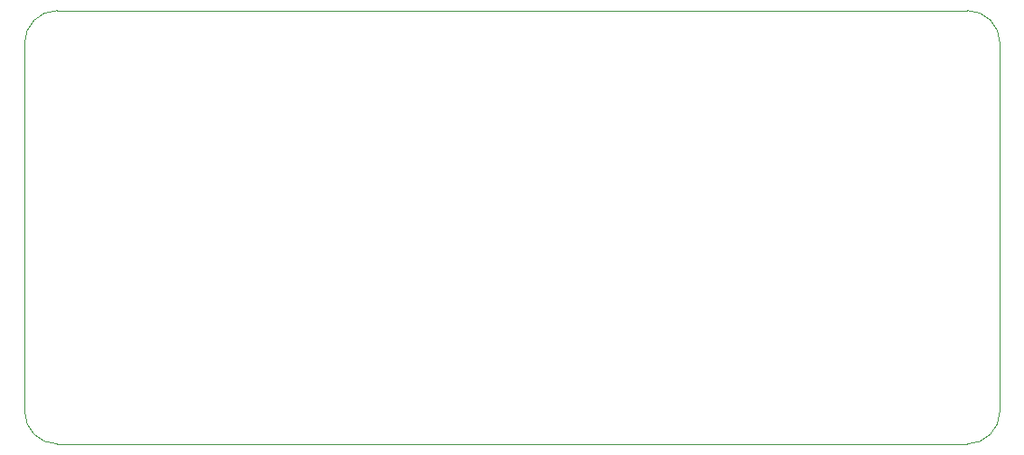
<source format=gm1>
G04 #@! TF.GenerationSoftware,KiCad,Pcbnew,(5.1.10)-1*
G04 #@! TF.CreationDate,2021-10-21T22:48:54+02:00*
G04 #@! TF.ProjectId,mta1_usb_dev,6d746131-5f75-4736-925f-6465762e6b69,rev?*
G04 #@! TF.SameCoordinates,Original*
G04 #@! TF.FileFunction,Profile,NP*
%FSLAX46Y46*%
G04 Gerber Fmt 4.6, Leading zero omitted, Abs format (unit mm)*
G04 Created by KiCad (PCBNEW (5.1.10)-1) date 2021-10-21 22:48:54*
%MOMM*%
%LPD*%
G01*
G04 APERTURE LIST*
G04 #@! TA.AperFunction,Profile*
%ADD10C,0.050000*%
G04 #@! TD*
G04 APERTURE END LIST*
D10*
X99060000Y-79248000D02*
G75*
G02*
X102108000Y-76200000I3048000J0D01*
G01*
X187452000Y-76200000D02*
G75*
G02*
X190500000Y-79248000I0J-3048000D01*
G01*
X190500000Y-113792000D02*
G75*
G02*
X187452000Y-116840000I-3048000J0D01*
G01*
X102108000Y-116840000D02*
G75*
G02*
X99060000Y-113792000I0J3048000D01*
G01*
X99060000Y-79248000D02*
X99060000Y-113792000D01*
X187452000Y-116840000D02*
X102108000Y-116840000D01*
X190500000Y-79248000D02*
X190500000Y-113792000D01*
X102108000Y-76200000D02*
X187452000Y-76200000D01*
M02*

</source>
